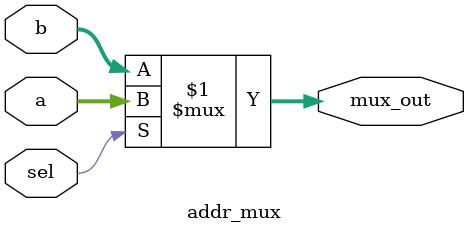
<source format=v>
module addr_mux(
    input [4:0] a,
    input [4:0] b,
    input sel,
    output [4:0] mux_out
    );
    
assign mux_out = sel ? a:b;

endmodule
</source>
